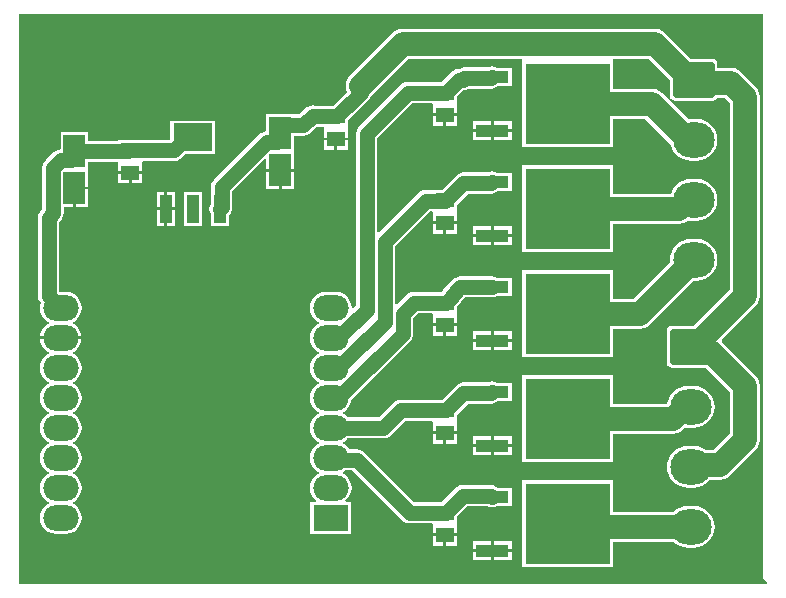
<source format=gtl>
G04*
G04 #@! TF.GenerationSoftware,Altium Limited,Altium Designer,20.2.6 (244)*
G04*
G04 Layer_Physical_Order=1*
G04 Layer_Color=255*
%FSLAX42Y42*%
%MOMM*%
G71*
G04*
G04 #@! TF.SameCoordinates,69541536-4934-4505-9BE5-47F4DBCBE851*
G04*
G04*
G04 #@! TF.FilePolarity,Positive*
G04*
G01*
G75*
%ADD13R,1.85X2.70*%
%ADD14R,7.20X6.85*%
%ADD15R,2.80X1.05*%
%ADD16R,3.30X2.35*%
%ADD17R,1.00X2.35*%
%ADD18R,1.50X1.30*%
%ADD29C,2.03*%
%ADD30C,1.27*%
%ADD31O,3.00X2.20*%
%ADD32R,3.00X2.20*%
%ADD33O,3.50X3.00*%
G04:AMPARAMS|DCode=34|XSize=3.5mm|YSize=3mm|CornerRadius=0.15mm|HoleSize=0mm|Usage=FLASHONLY|Rotation=0.000|XOffset=0mm|YOffset=0mm|HoleType=Round|Shape=RoundedRectangle|*
%AMROUNDEDRECTD34*
21,1,3.50,2.70,0,0,0.0*
21,1,3.20,3.00,0,0,0.0*
1,1,0.30,1.60,-1.35*
1,1,0.30,-1.60,-1.35*
1,1,0.30,-1.60,1.35*
1,1,0.30,1.60,1.35*
%
%ADD34ROUNDEDRECTD34*%
G36*
X6299Y51D02*
X6338Y12D01*
X6333Y0D01*
X0D01*
Y4826D01*
X6299D01*
Y51D01*
D02*
G37*
%LPC*%
G36*
X4008Y4382D02*
X3985Y4379D01*
X3966Y4371D01*
X3773D01*
X3750Y4368D01*
X3728Y4359D01*
X3726Y4357D01*
X3725D01*
X3702Y4354D01*
X3680Y4345D01*
X3662Y4331D01*
X3580Y4249D01*
X3506D01*
Y4249D01*
X3295D01*
X3272Y4246D01*
X3251Y4237D01*
X3232Y4222D01*
X2883Y3873D01*
X2869Y3855D01*
X2860Y3833D01*
X2857Y3810D01*
Y2357D01*
X2829Y2330D01*
X2818Y2336D01*
X2818Y2337D01*
X2814Y2372D01*
X2800Y2405D01*
X2778Y2433D01*
X2750Y2455D01*
X2717Y2469D01*
X2682Y2473D01*
X2602D01*
X2566Y2469D01*
X2533Y2455D01*
X2505Y2433D01*
X2483Y2405D01*
X2470Y2372D01*
X2465Y2337D01*
X2470Y2301D01*
X2483Y2269D01*
X2505Y2240D01*
X2533Y2219D01*
X2539Y2216D01*
Y2203D01*
X2533Y2201D01*
X2505Y2179D01*
X2483Y2151D01*
X2470Y2118D01*
X2465Y2083D01*
X2470Y2047D01*
X2483Y2015D01*
X2505Y1986D01*
X2533Y1965D01*
X2539Y1962D01*
Y1949D01*
X2533Y1947D01*
X2505Y1925D01*
X2483Y1897D01*
X2470Y1864D01*
X2465Y1829D01*
X2470Y1793D01*
X2483Y1761D01*
X2505Y1732D01*
X2533Y1711D01*
X2539Y1708D01*
Y1695D01*
X2533Y1693D01*
X2505Y1671D01*
X2483Y1643D01*
X2470Y1610D01*
X2465Y1575D01*
X2470Y1539D01*
X2483Y1507D01*
X2505Y1478D01*
X2533Y1457D01*
X2539Y1454D01*
Y1441D01*
X2533Y1439D01*
X2505Y1417D01*
X2483Y1389D01*
X2470Y1356D01*
X2465Y1321D01*
X2470Y1285D01*
X2483Y1253D01*
X2505Y1224D01*
X2533Y1203D01*
X2539Y1200D01*
Y1187D01*
X2533Y1185D01*
X2505Y1163D01*
X2483Y1135D01*
X2470Y1102D01*
X2465Y1067D01*
X2470Y1031D01*
X2483Y999D01*
X2505Y970D01*
X2533Y949D01*
X2539Y946D01*
Y933D01*
X2533Y931D01*
X2505Y909D01*
X2483Y881D01*
X2470Y848D01*
X2465Y813D01*
X2470Y777D01*
X2483Y745D01*
X2505Y716D01*
X2517Y707D01*
X2513Y694D01*
X2466D01*
Y423D01*
X2817D01*
Y694D01*
X2770D01*
X2766Y707D01*
X2778Y716D01*
X2800Y745D01*
X2814Y777D01*
X2818Y813D01*
X2814Y848D01*
X2800Y881D01*
X2778Y909D01*
X2750Y931D01*
X2744Y933D01*
Y946D01*
X2750Y949D01*
X2764Y959D01*
X2825D01*
X3245Y540D01*
X3264Y525D01*
X3285Y516D01*
X3309Y513D01*
X3500D01*
X3506Y503D01*
X3506Y500D01*
Y426D01*
X3607D01*
X3707D01*
Y500D01*
X3707Y503D01*
Y513D01*
X3707Y516D01*
Y567D01*
X3796Y656D01*
X3970D01*
X3985Y649D01*
X4008Y646D01*
X4031Y649D01*
X4052Y658D01*
X4174D01*
Y814D01*
X4056D01*
X4044Y823D01*
X4022Y832D01*
X3999Y835D01*
X3759D01*
X3759Y835D01*
X3736Y832D01*
X3714Y823D01*
X3696Y809D01*
X3580Y693D01*
X3506D01*
Y693D01*
X3346D01*
X2926Y1112D01*
X2907Y1127D01*
X2886Y1136D01*
X2863Y1139D01*
X2797D01*
X2778Y1163D01*
X2750Y1185D01*
X2744Y1187D01*
Y1200D01*
X2750Y1203D01*
X2778Y1224D01*
X2783Y1231D01*
X3088D01*
X3111Y1234D01*
X3133Y1243D01*
X3151Y1257D01*
X3271Y1377D01*
X3500D01*
X3506Y1367D01*
X3506Y1364D01*
Y1289D01*
X3607D01*
X3707D01*
Y1364D01*
X3707Y1367D01*
Y1376D01*
X3707Y1380D01*
Y1430D01*
X3801Y1524D01*
X3997D01*
X4020Y1527D01*
X4042Y1536D01*
X4056Y1547D01*
X4174D01*
Y1703D01*
X4052D01*
X4031Y1712D01*
X4008Y1715D01*
X3985Y1712D01*
X3966Y1704D01*
X3764D01*
X3741Y1701D01*
X3719Y1692D01*
X3701Y1677D01*
X3580Y1557D01*
X3506D01*
Y1556D01*
X3234D01*
X3210Y1553D01*
X3189Y1544D01*
X3170Y1530D01*
X3051Y1410D01*
X2783D01*
X2778Y1417D01*
X2750Y1439D01*
X2744Y1441D01*
Y1454D01*
X2750Y1457D01*
X2778Y1478D01*
X2800Y1507D01*
X2814Y1539D01*
X2816Y1557D01*
X2818Y1560D01*
X2827Y1566D01*
X3315Y2054D01*
X3329Y2072D01*
X3338Y2094D01*
X3341Y2117D01*
Y2249D01*
X3383Y2291D01*
X3500D01*
X3506Y2281D01*
X3506Y2278D01*
Y2204D01*
X3607D01*
X3707D01*
Y2278D01*
X3707Y2281D01*
Y2291D01*
X3707Y2294D01*
Y2345D01*
X3729Y2366D01*
X3729Y2366D01*
X3743Y2385D01*
X3747Y2394D01*
X3777Y2424D01*
X4008D01*
X4031Y2427D01*
X4052Y2436D01*
X4174D01*
Y2592D01*
X4052D01*
X4031Y2601D01*
X4008Y2604D01*
X3740D01*
X3717Y2601D01*
X3695Y2592D01*
X3676Y2577D01*
X3602Y2503D01*
X3588Y2484D01*
X3584Y2475D01*
X3580Y2471D01*
X3506D01*
Y2471D01*
X3346D01*
X3323Y2468D01*
X3301Y2459D01*
X3283Y2444D01*
X3200Y2362D01*
X3188Y2367D01*
Y2858D01*
X3483Y3153D01*
X3497D01*
X3506Y3145D01*
X3506Y3141D01*
Y3067D01*
X3607D01*
X3707D01*
Y3142D01*
X3707Y3145D01*
Y3154D01*
X3707Y3158D01*
Y3208D01*
X3801Y3302D01*
X3997D01*
X4020Y3305D01*
X4042Y3314D01*
X4056Y3325D01*
X4174D01*
Y3481D01*
X4052D01*
X4031Y3490D01*
X4008Y3493D01*
X3985Y3490D01*
X3966Y3482D01*
X3764D01*
X3741Y3479D01*
X3719Y3470D01*
X3701Y3455D01*
X3580Y3335D01*
X3506D01*
Y3333D01*
X3446D01*
X3423Y3330D01*
X3401Y3321D01*
X3383Y3307D01*
X3048Y2971D01*
X3036Y2976D01*
Y3773D01*
X3333Y4069D01*
X3500D01*
X3506Y4059D01*
X3506Y4056D01*
Y3982D01*
X3607D01*
X3707D01*
Y4056D01*
X3707Y4059D01*
Y4069D01*
X3707Y4072D01*
Y4123D01*
X3763Y4178D01*
X3782Y4181D01*
X3804Y4190D01*
X3806Y4191D01*
X3997D01*
X4020Y4194D01*
X4042Y4203D01*
X4056Y4214D01*
X4174D01*
Y4370D01*
X4052D01*
X4031Y4379D01*
X4008Y4382D01*
D02*
G37*
G36*
X3707Y3956D02*
X3619D01*
Y3879D01*
X3707D01*
Y3956D01*
D02*
G37*
G36*
X3594D02*
X3506D01*
Y3879D01*
X3594D01*
Y3956D01*
D02*
G37*
G36*
X4174Y3914D02*
X4021D01*
Y3849D01*
X4174D01*
Y3914D01*
D02*
G37*
G36*
X3996D02*
X3843D01*
Y3849D01*
X3996D01*
Y3914D01*
D02*
G37*
G36*
X1664Y3922D02*
X1283D01*
Y3763D01*
X1279Y3759D01*
X1043D01*
Y3760D01*
X842D01*
Y3750D01*
X590D01*
Y3821D01*
X354D01*
Y3678D01*
X334Y3675D01*
X313Y3666D01*
X294Y3652D01*
X228Y3585D01*
X213Y3567D01*
X204Y3545D01*
X201Y3522D01*
Y3173D01*
X191Y3162D01*
X176Y3144D01*
X167Y3122D01*
X164Y3099D01*
Y2438D01*
X167Y2415D01*
X176Y2394D01*
X187Y2380D01*
X184Y2372D01*
X179Y2337D01*
X184Y2301D01*
X197Y2269D01*
X219Y2240D01*
X247Y2219D01*
X253Y2216D01*
Y2203D01*
X247Y2201D01*
X219Y2179D01*
X197Y2151D01*
X184Y2118D01*
X181Y2095D01*
X356D01*
X530D01*
X528Y2118D01*
X514Y2151D01*
X492Y2179D01*
X464Y2201D01*
X458Y2203D01*
Y2216D01*
X464Y2219D01*
X492Y2240D01*
X514Y2269D01*
X528Y2301D01*
X532Y2337D01*
X528Y2372D01*
X514Y2405D01*
X492Y2433D01*
X464Y2455D01*
X431Y2469D01*
X396Y2473D01*
X346D01*
X344Y2476D01*
Y3062D01*
X354Y3072D01*
X354Y3072D01*
X369Y3091D01*
X378Y3113D01*
X381Y3136D01*
Y3190D01*
X460D01*
Y3350D01*
X472D01*
Y3363D01*
X590D01*
Y3500D01*
Y3571D01*
X830D01*
X842Y3570D01*
X842Y3558D01*
Y3492D01*
X943D01*
X1043D01*
Y3567D01*
X1043Y3570D01*
X1050Y3580D01*
X1316D01*
X1339Y3583D01*
X1361Y3592D01*
X1380Y3606D01*
X1410Y3636D01*
X1664D01*
Y3922D01*
D02*
G37*
G36*
X4174Y3823D02*
X4021D01*
Y3758D01*
X4174D01*
Y3823D01*
D02*
G37*
G36*
X3996D02*
X3843D01*
Y3758D01*
X3996D01*
Y3823D01*
D02*
G37*
G36*
X2784Y3753D02*
X2697D01*
Y3675D01*
X2784D01*
Y3753D01*
D02*
G37*
G36*
X2671D02*
X2584D01*
Y3675D01*
X2671D01*
Y3753D01*
D02*
G37*
G36*
X1043Y3467D02*
X955D01*
Y3389D01*
X1043D01*
Y3467D01*
D02*
G37*
G36*
X930D02*
X842D01*
Y3389D01*
X930D01*
Y3467D01*
D02*
G37*
G36*
X2332Y3490D02*
X2226D01*
Y3342D01*
X2332D01*
Y3490D01*
D02*
G37*
G36*
X2201D02*
X2096D01*
Y3342D01*
X2201D01*
Y3490D01*
D02*
G37*
G36*
X590Y3338D02*
X485D01*
Y3190D01*
X590D01*
Y3338D01*
D02*
G37*
G36*
X1319Y3317D02*
X1256D01*
Y3187D01*
X1319D01*
Y3317D01*
D02*
G37*
G36*
X1231D02*
X1168D01*
Y3187D01*
X1231D01*
Y3317D01*
D02*
G37*
G36*
X5034Y3543D02*
X4263D01*
Y2807D01*
X5034D01*
Y3047D01*
X5588D01*
X5621Y3051D01*
X5652Y3064D01*
X5669Y3077D01*
X5690Y3075D01*
X5740D01*
X5774Y3078D01*
X5807Y3088D01*
X5838Y3105D01*
X5865Y3127D01*
X5887Y3153D01*
X5903Y3184D01*
X5913Y3217D01*
X5916Y3251D01*
X5913Y3286D01*
X5903Y3319D01*
X5887Y3349D01*
X5865Y3376D01*
X5838Y3398D01*
X5807Y3414D01*
X5774Y3424D01*
X5740Y3427D01*
X5690D01*
X5656Y3424D01*
X5623Y3414D01*
X5592Y3398D01*
X5565Y3376D01*
X5543Y3349D01*
X5527Y3319D01*
X5522Y3303D01*
X5034D01*
Y3543D01*
D02*
G37*
G36*
X1549Y3317D02*
X1398D01*
Y3031D01*
X1549D01*
Y3317D01*
D02*
G37*
G36*
X1319Y3162D02*
X1256D01*
Y3031D01*
X1319D01*
Y3162D01*
D02*
G37*
G36*
X1231D02*
X1168D01*
Y3031D01*
X1231D01*
Y3162D01*
D02*
G37*
G36*
X3707Y3042D02*
X3619D01*
Y2964D01*
X3707D01*
Y3042D01*
D02*
G37*
G36*
X3594D02*
X3506D01*
Y2964D01*
X3594D01*
Y3042D01*
D02*
G37*
G36*
X4174Y3025D02*
X4021D01*
Y2960D01*
X4174D01*
Y3025D01*
D02*
G37*
G36*
X3996D02*
X3843D01*
Y2960D01*
X3996D01*
Y3025D01*
D02*
G37*
G36*
X4174Y2934D02*
X4021D01*
Y2869D01*
X4174D01*
Y2934D01*
D02*
G37*
G36*
X3996D02*
X3843D01*
Y2869D01*
X3996D01*
Y2934D01*
D02*
G37*
G36*
X5740Y2919D02*
X5690D01*
X5656Y2916D01*
X5623Y2906D01*
X5592Y2890D01*
X5565Y2868D01*
X5543Y2841D01*
X5527Y2811D01*
X5517Y2778D01*
X5514Y2743D01*
X5516Y2725D01*
X5205Y2414D01*
X5034D01*
Y2654D01*
X4263D01*
Y1918D01*
X5034D01*
Y2158D01*
X5258D01*
X5291Y2162D01*
X5322Y2175D01*
X5348Y2195D01*
X5720Y2567D01*
X5740D01*
X5774Y2570D01*
X5807Y2580D01*
X5838Y2597D01*
X5865Y2619D01*
X5887Y2645D01*
X5903Y2676D01*
X5913Y2709D01*
X5916Y2743D01*
X5913Y2778D01*
X5903Y2811D01*
X5887Y2841D01*
X5865Y2868D01*
X5838Y2890D01*
X5807Y2906D01*
X5774Y2916D01*
X5740Y2919D01*
D02*
G37*
G36*
X3707Y2178D02*
X3619D01*
Y2101D01*
X3707D01*
Y2178D01*
D02*
G37*
G36*
X3594D02*
X3506D01*
Y2101D01*
X3594D01*
Y2178D01*
D02*
G37*
G36*
X4174Y2136D02*
X4021D01*
Y2071D01*
X4174D01*
Y2136D01*
D02*
G37*
G36*
X3996D02*
X3843D01*
Y2071D01*
X3996D01*
Y2136D01*
D02*
G37*
G36*
X4174Y2045D02*
X4021D01*
Y1980D01*
X4174D01*
Y2045D01*
D02*
G37*
G36*
X3996D02*
X3843D01*
Y1980D01*
X3996D01*
Y2045D01*
D02*
G37*
G36*
X5034Y1765D02*
X4263D01*
Y1029D01*
X5034D01*
Y1269D01*
X5537D01*
X5570Y1273D01*
X5601Y1286D01*
X5627Y1306D01*
X5645Y1324D01*
X5665Y1322D01*
X5715D01*
X5749Y1326D01*
X5782Y1336D01*
X5813Y1352D01*
X5839Y1374D01*
X5861Y1401D01*
X5877Y1431D01*
X5887Y1464D01*
X5891Y1499D01*
X5887Y1533D01*
X5877Y1566D01*
X5861Y1597D01*
X5839Y1623D01*
X5813Y1645D01*
X5782Y1661D01*
X5749Y1671D01*
X5715Y1675D01*
X5665D01*
X5630Y1671D01*
X5597Y1661D01*
X5567Y1645D01*
X5540Y1623D01*
X5518Y1597D01*
X5502Y1566D01*
X5492Y1533D01*
X5484Y1525D01*
X5034D01*
Y1765D01*
D02*
G37*
G36*
X3707Y1264D02*
X3619D01*
Y1186D01*
X3707D01*
Y1264D01*
D02*
G37*
G36*
X3594D02*
X3506D01*
Y1186D01*
X3594D01*
Y1264D01*
D02*
G37*
G36*
X4174Y1247D02*
X4021D01*
Y1182D01*
X4174D01*
Y1247D01*
D02*
G37*
G36*
X3996D02*
X3843D01*
Y1182D01*
X3996D01*
Y1247D01*
D02*
G37*
G36*
X5385Y4700D02*
X3251D01*
X3218Y4696D01*
X3187Y4683D01*
X3161Y4663D01*
X2805Y4307D01*
X2785Y4280D01*
X2772Y4250D01*
X2768Y4216D01*
X2772Y4183D01*
X2779Y4167D01*
X2658Y4047D01*
X2517D01*
X2512Y4049D01*
X2489Y4052D01*
X2466Y4049D01*
X2444Y4040D01*
X2426Y4026D01*
X2374Y3974D01*
X2243D01*
X2237Y3973D01*
X2096D01*
Y3830D01*
X2076Y3828D01*
X2054Y3819D01*
X2035Y3805D01*
X1653Y3422D01*
X1639Y3404D01*
X1630Y3382D01*
X1627Y3359D01*
Y3221D01*
X1626Y3219D01*
X1617Y3197D01*
X1614Y3174D01*
X1617Y3151D01*
X1626Y3129D01*
X1628Y3126D01*
Y3031D01*
X1779D01*
Y3123D01*
X1780Y3124D01*
X1794Y3143D01*
X1803Y3165D01*
X1806Y3188D01*
Y3322D01*
X2084Y3599D01*
X2096Y3595D01*
Y3515D01*
X2214D01*
Y3503D01*
D01*
Y3515D01*
X2332D01*
Y3652D01*
Y3794D01*
X2411D01*
X2434Y3797D01*
X2456Y3806D01*
X2474Y3821D01*
X2521Y3868D01*
X2581D01*
X2584Y3856D01*
X2584Y3853D01*
Y3778D01*
X2684D01*
X2784D01*
Y3853D01*
X2784Y3856D01*
Y3865D01*
X2784Y3869D01*
Y3919D01*
X2959Y4094D01*
X2973Y4113D01*
X2975Y4117D01*
X2986Y4126D01*
X3304Y4444D01*
X4261D01*
X4263Y4432D01*
X4263Y4431D01*
Y3696D01*
X5034D01*
Y3936D01*
X5306D01*
X5517Y3725D01*
X5527Y3692D01*
X5543Y3661D01*
X5565Y3635D01*
X5592Y3613D01*
X5623Y3596D01*
X5656Y3586D01*
X5690Y3583D01*
X5740D01*
X5774Y3586D01*
X5807Y3596D01*
X5838Y3613D01*
X5865Y3635D01*
X5887Y3661D01*
X5903Y3692D01*
X5913Y3725D01*
X5916Y3759D01*
X5913Y3794D01*
X5903Y3827D01*
X5887Y3857D01*
X5865Y3884D01*
X5838Y3906D01*
X5807Y3922D01*
X5774Y3932D01*
X5740Y3935D01*
X5690D01*
X5671Y3934D01*
X5450Y4155D01*
X5423Y4175D01*
X5392Y4188D01*
X5359Y4192D01*
X5034D01*
Y4431D01*
X5034Y4432D01*
X5035Y4444D01*
X5332D01*
X5514Y4262D01*
Y4132D01*
X5517Y4116D01*
X5526Y4103D01*
X5539Y4094D01*
X5555Y4091D01*
X5875D01*
X5891Y4094D01*
X5904Y4103D01*
X5909Y4111D01*
X5975D01*
X6019Y4067D01*
Y2492D01*
X5710Y2183D01*
X5530D01*
X5514Y2180D01*
X5500Y2171D01*
X5492Y2157D01*
X5488Y2142D01*
Y1872D01*
X5492Y1856D01*
X5500Y1842D01*
X5514Y1834D01*
X5530Y1830D01*
X5736D01*
X5738Y1830D01*
X5812D01*
X6019Y1623D01*
Y1272D01*
X5882Y1135D01*
X5815D01*
X5813Y1137D01*
X5782Y1153D01*
X5749Y1163D01*
X5715Y1167D01*
X5665D01*
X5630Y1163D01*
X5597Y1153D01*
X5567Y1137D01*
X5540Y1115D01*
X5518Y1089D01*
X5502Y1058D01*
X5492Y1025D01*
X5488Y991D01*
X5492Y956D01*
X5502Y923D01*
X5518Y893D01*
X5540Y866D01*
X5567Y844D01*
X5597Y828D01*
X5630Y818D01*
X5665Y814D01*
X5715D01*
X5749Y818D01*
X5782Y828D01*
X5813Y844D01*
X5839Y866D01*
X5850Y879D01*
X5935D01*
X5968Y883D01*
X5999Y896D01*
X6025Y917D01*
X6237Y1129D01*
X6258Y1155D01*
X6271Y1186D01*
X6275Y1219D01*
X6275Y1219D01*
Y1676D01*
X6271Y1710D01*
X6258Y1740D01*
X6237Y1767D01*
X5956Y2049D01*
X5953Y2051D01*
X5952Y2063D01*
X6237Y2348D01*
X6258Y2375D01*
X6271Y2406D01*
X6275Y2439D01*
Y4120D01*
X6271Y4153D01*
X6258Y4184D01*
X6237Y4211D01*
X6118Y4330D01*
X6092Y4350D01*
X6061Y4363D01*
X6028Y4367D01*
X5916D01*
Y4402D01*
X5913Y4418D01*
X5904Y4431D01*
X5891Y4440D01*
X5875Y4443D01*
X5695D01*
X5476Y4663D01*
X5449Y4683D01*
X5418Y4696D01*
X5385Y4700D01*
D02*
G37*
G36*
X4174Y1156D02*
X4021D01*
Y1091D01*
X4174D01*
Y1156D01*
D02*
G37*
G36*
X3996D02*
X3843D01*
Y1091D01*
X3996D01*
Y1156D01*
D02*
G37*
G36*
X530Y2070D02*
X356D01*
X181D01*
X184Y2047D01*
X197Y2015D01*
X219Y1986D01*
X247Y1965D01*
X253Y1962D01*
Y1949D01*
X247Y1947D01*
X219Y1925D01*
X197Y1897D01*
X184Y1864D01*
X179Y1829D01*
X184Y1793D01*
X197Y1761D01*
X219Y1732D01*
X247Y1711D01*
X253Y1708D01*
Y1695D01*
X247Y1693D01*
X219Y1671D01*
X197Y1643D01*
X184Y1610D01*
X179Y1575D01*
X184Y1539D01*
X197Y1507D01*
X219Y1478D01*
X247Y1457D01*
X253Y1454D01*
Y1441D01*
X247Y1439D01*
X219Y1417D01*
X197Y1389D01*
X184Y1356D01*
X179Y1321D01*
X184Y1285D01*
X197Y1253D01*
X219Y1224D01*
X247Y1203D01*
X253Y1200D01*
Y1187D01*
X247Y1185D01*
X219Y1163D01*
X197Y1135D01*
X184Y1102D01*
X179Y1067D01*
X184Y1031D01*
X197Y999D01*
X219Y970D01*
X247Y949D01*
X253Y946D01*
Y933D01*
X247Y931D01*
X219Y909D01*
X197Y881D01*
X184Y848D01*
X179Y813D01*
X184Y777D01*
X197Y745D01*
X219Y716D01*
X247Y695D01*
X253Y692D01*
Y679D01*
X247Y677D01*
X219Y655D01*
X197Y627D01*
X184Y594D01*
X179Y559D01*
X184Y523D01*
X197Y491D01*
X219Y462D01*
X247Y441D01*
X280Y427D01*
X316Y422D01*
X396D01*
X431Y427D01*
X464Y441D01*
X492Y462D01*
X514Y491D01*
X528Y523D01*
X532Y559D01*
X528Y594D01*
X514Y627D01*
X492Y655D01*
X464Y677D01*
X458Y679D01*
Y692D01*
X464Y695D01*
X492Y716D01*
X514Y745D01*
X528Y777D01*
X532Y813D01*
X528Y848D01*
X514Y881D01*
X492Y909D01*
X464Y931D01*
X458Y933D01*
Y946D01*
X464Y949D01*
X492Y970D01*
X514Y999D01*
X528Y1031D01*
X532Y1067D01*
X528Y1102D01*
X514Y1135D01*
X492Y1163D01*
X464Y1185D01*
X458Y1187D01*
Y1200D01*
X464Y1203D01*
X492Y1224D01*
X514Y1253D01*
X528Y1285D01*
X532Y1321D01*
X528Y1356D01*
X514Y1389D01*
X492Y1417D01*
X464Y1439D01*
X458Y1441D01*
Y1454D01*
X464Y1457D01*
X492Y1478D01*
X514Y1507D01*
X528Y1539D01*
X532Y1575D01*
X528Y1610D01*
X514Y1643D01*
X492Y1671D01*
X464Y1693D01*
X458Y1695D01*
Y1708D01*
X464Y1711D01*
X492Y1732D01*
X514Y1761D01*
X528Y1793D01*
X532Y1829D01*
X528Y1864D01*
X514Y1897D01*
X492Y1925D01*
X464Y1947D01*
X458Y1949D01*
Y1962D01*
X464Y1965D01*
X492Y1986D01*
X514Y2015D01*
X528Y2047D01*
X530Y2070D01*
D02*
G37*
G36*
X3707Y400D02*
X3619D01*
Y323D01*
X3707D01*
Y400D01*
D02*
G37*
G36*
X3594D02*
X3506D01*
Y323D01*
X3594D01*
Y400D01*
D02*
G37*
G36*
X5034Y876D02*
X4263D01*
Y140D01*
X5034D01*
Y355D01*
X5544D01*
X5567Y336D01*
X5597Y320D01*
X5630Y310D01*
X5665Y306D01*
X5715D01*
X5749Y310D01*
X5782Y320D01*
X5813Y336D01*
X5839Y358D01*
X5861Y385D01*
X5877Y415D01*
X5887Y448D01*
X5891Y483D01*
X5887Y517D01*
X5877Y550D01*
X5861Y581D01*
X5839Y607D01*
X5813Y629D01*
X5782Y645D01*
X5749Y655D01*
X5715Y659D01*
X5665D01*
X5630Y655D01*
X5597Y645D01*
X5567Y629D01*
X5544Y611D01*
X5034D01*
Y876D01*
D02*
G37*
G36*
X4174Y358D02*
X4021D01*
Y293D01*
X4174D01*
Y358D01*
D02*
G37*
G36*
X3996D02*
X3843D01*
Y293D01*
X3996D01*
Y358D01*
D02*
G37*
G36*
X4174Y267D02*
X4021D01*
Y202D01*
X4174D01*
Y267D01*
D02*
G37*
G36*
X3996D02*
X3843D01*
Y202D01*
X3996D01*
Y267D01*
D02*
G37*
%LPD*%
D13*
X472Y3350D02*
D03*
Y3660D02*
D03*
X2214Y3503D02*
D03*
Y3813D02*
D03*
D14*
X4648Y508D02*
D03*
Y2286D02*
D03*
Y3175D02*
D03*
Y4064D02*
D03*
Y1397D02*
D03*
D15*
X4008Y280D02*
D03*
Y736D02*
D03*
Y2058D02*
D03*
Y2514D02*
D03*
Y2947D02*
D03*
Y3403D02*
D03*
Y3836D02*
D03*
Y4292D02*
D03*
Y1169D02*
D03*
Y1625D02*
D03*
D16*
X1473Y3779D02*
D03*
D17*
X1703Y3174D02*
D03*
X1473D02*
D03*
X1243D02*
D03*
D18*
X2684Y3956D02*
D03*
Y3766D02*
D03*
X3607Y4159D02*
D03*
Y3969D02*
D03*
X943Y3670D02*
D03*
Y3480D02*
D03*
X3607Y1467D02*
D03*
Y1277D02*
D03*
Y2381D02*
D03*
Y2191D02*
D03*
Y3245D02*
D03*
Y3055D02*
D03*
Y603D02*
D03*
Y413D02*
D03*
D29*
X5766Y1958D02*
X5865D01*
X5738D02*
X5766D01*
X5865D02*
X6147Y1676D01*
X5935Y1007D02*
X6147Y1219D01*
Y1676D01*
X5690Y2007D02*
X5738Y1958D01*
X5766Y2058D02*
X6147Y2439D01*
X5690Y991D02*
X5706Y1007D01*
X5935D01*
X6147Y2439D02*
Y4120D01*
X5715Y4267D02*
X5743Y4239D01*
X6028D01*
X6147Y4120D01*
X2896Y4216D02*
X3251Y4572D01*
X5638Y1499D02*
X5690D01*
X5537Y1397D02*
X5638Y1499D01*
X5669Y2743D02*
X5715D01*
X5664Y3759D02*
X5715D01*
X5690Y4267D02*
X5715D01*
X5664Y3251D02*
X5715D01*
X5588Y3175D02*
X5664Y3251D01*
X4648Y508D02*
X4674Y483D01*
X5690D01*
X4648Y1397D02*
X5537D01*
X4648Y2286D02*
X5258D01*
X4648Y3048D02*
X4651Y3045D01*
X5258Y2286D02*
X5715Y2743D01*
X4648Y3175D02*
X5588D01*
X4648Y4064D02*
X5359D01*
X5664Y3759D01*
X3251Y4572D02*
X5385D01*
X5690Y4267D01*
D30*
X2896Y4157D02*
Y4216D01*
X3607Y1467D02*
X3617D01*
X3764Y1614D01*
X3997D01*
X4008Y1625D01*
X933Y3670D02*
X943D01*
X923Y3660D02*
X933Y3670D01*
X2762Y1630D02*
X2764D01*
X3725Y4267D02*
X3759D01*
X3773Y4281D01*
X472Y3618D02*
Y3660D01*
X2762Y2138D02*
X2764D01*
X2707Y2083D02*
X2762Y2138D01*
Y1884D02*
X2764D01*
X2707Y1829D02*
X2762Y1884D01*
X291Y3136D02*
Y3522D01*
X298Y2380D02*
Y2395D01*
Y2380D02*
X341Y2337D01*
X1703Y3174D02*
X1717Y3188D01*
Y3359D01*
X2707Y1575D02*
X2762Y1630D01*
X2946Y2320D02*
Y3810D01*
X2659Y1049D02*
X2863D01*
X2642Y1829D02*
X2707D01*
X2243Y3884D02*
X2411D01*
X2214Y3855D02*
X2243Y3884D01*
X3607Y603D02*
X3617D01*
X3309D02*
X3607D01*
X3665Y2430D02*
Y2440D01*
X3446Y3243D02*
X3605D01*
X3607Y3245D01*
X3617D01*
X3997Y4281D02*
X4008Y4292D01*
X341Y2337D02*
X356D01*
X254Y3099D02*
X291Y3136D01*
Y3522D02*
X358Y3589D01*
X443D01*
X1426Y3779D02*
X1473D01*
X2642Y1067D02*
X2659Y1049D01*
X2642Y2083D02*
X2659Y2101D01*
X2642Y2083D02*
X2707D01*
X2214Y3770D02*
Y3813D01*
X2684Y3956D02*
X2694D01*
X2411Y3884D02*
X2489Y3962D01*
X2214Y3813D02*
Y3855D01*
X2489Y3962D02*
X2494Y3957D01*
X2683D01*
X2684Y3956D01*
X3234Y1467D02*
X3607D01*
X3088Y1321D02*
X3234Y1467D01*
X3251Y2117D02*
Y2286D01*
X3607Y4159D02*
X3617D01*
X3295D02*
X3607D01*
X3999Y745D02*
X4008Y736D01*
X3997Y3392D02*
X4008Y3403D01*
X254Y2438D02*
Y3099D01*
Y2438D02*
X298Y2395D01*
X2642Y1575D02*
X2707D01*
X3099Y2219D02*
Y2896D01*
X3446Y3243D01*
X3251Y2286D02*
X3346Y2381D01*
X3607D01*
X3617D02*
X3665Y2430D01*
X3607Y2381D02*
X3617D01*
X3773Y4281D02*
X3997D01*
X443Y3589D02*
X472Y3618D01*
X3617Y603D02*
X3759Y745D01*
X3999D01*
X2642Y1321D02*
X3088D01*
X2764Y2138D02*
X2946Y2320D01*
X2764Y1884D02*
X3099Y2219D01*
X3740Y2514D02*
X4008D01*
X1717Y3359D02*
X2099Y3741D01*
X2185D01*
X2214Y3770D01*
X1316Y3670D02*
X1426Y3779D01*
X3764Y3392D02*
X3997D01*
X3617Y4159D02*
X3725Y4267D01*
X2863Y1049D02*
X3309Y603D01*
X2946Y3810D02*
X3295Y4159D01*
X2764Y1630D02*
X3251Y2117D01*
X3665Y2440D02*
X3740Y2514D01*
X3617Y3245D02*
X3764Y3392D01*
X2694Y3956D02*
X2896Y4157D01*
X943Y3670D02*
X1316D01*
X472Y3660D02*
X923D01*
D31*
X356Y2337D02*
D03*
Y2083D02*
D03*
Y1829D02*
D03*
Y1575D02*
D03*
Y1321D02*
D03*
Y1067D02*
D03*
Y813D02*
D03*
Y559D02*
D03*
X2642Y2337D02*
D03*
Y2083D02*
D03*
Y1829D02*
D03*
Y1575D02*
D03*
Y1321D02*
D03*
Y1067D02*
D03*
Y813D02*
D03*
D32*
Y559D02*
D03*
D33*
X5690Y483D02*
D03*
Y991D02*
D03*
Y1499D02*
D03*
X5715Y2743D02*
D03*
Y3251D02*
D03*
Y3759D02*
D03*
D34*
X5690Y2007D02*
D03*
X5715Y4267D02*
D03*
M02*

</source>
